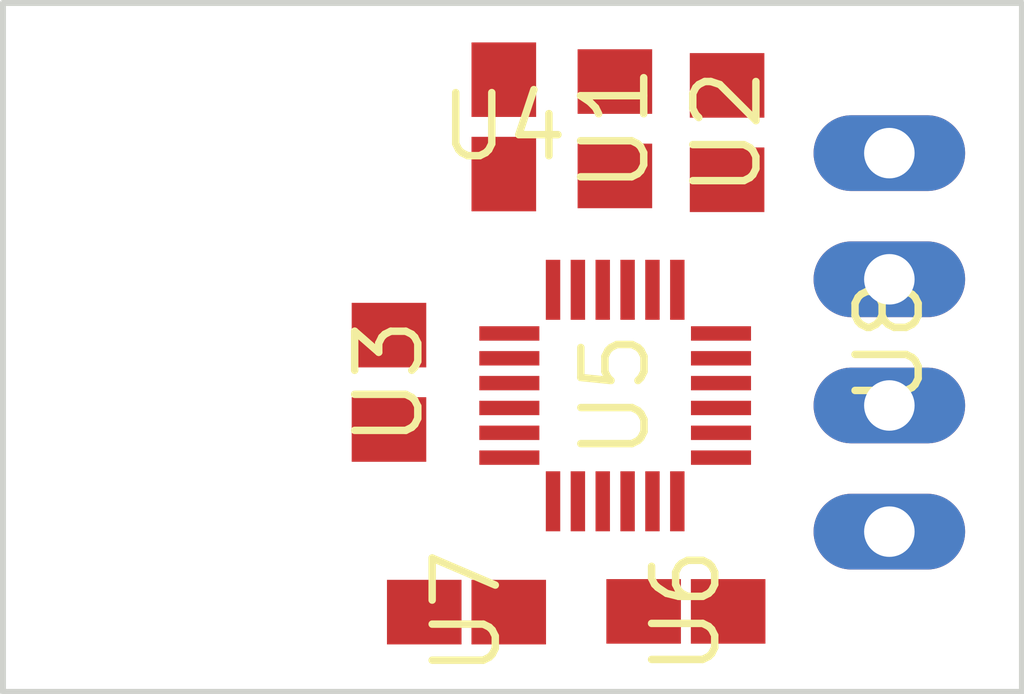
<source format=kicad_pcb>
(kicad_pcb (version 20221018) (generator pcbnew)
  (layers (0 "F.Cu" signal "Top") (31 "B.Cu" signal "Bottom") (34 "B.Paste" user) (35 "F.Paste" user) (36 "B.SilkS" user "B.Silkscreen") (37 "F.SilkS" user "F.Silkscreen") (38 "B.Mask" user) (39 "F.Mask" user) (44 "Edge.Cuts" user))
  (net 0 "")
  (net 1 "GND")
  (net 2 "VDD")
  (net 3 "/SDA")
  (net 4 "/SCL")
  (net 5 "Net-(R2-Pad1)")
  (net 6 "Net-(R1-Pad1)")
  (net 7 "Net-(U1-Pad14)")
  (net 8 "Net-(U1-Pad13)")
  (net 9 "Net-(U1-Pad12)")
  (net 10 "Net-(U1-Pad11)")
  (net 11 "Net-(U1-Pad10)")
  (net 12 "Net-(C1-Pad1)")
  (net 13 "Net-(C1-Pad2)")
  (net 14 "Net-(C2-Pad2)")
  (net 15 "Net-(U1-Pad1)")
  (footprint "imu:LGA-24" (layer "F.Cu") (at 150.56732 105.972195 -90)
    (fp_text reference "U5" (at 0 0 270) (layer "F.SilkS") (effects (font (size 1.27 1.27))))
    (fp_text value "" (at 0 0 270) (layer "F.SilkS") (effects (font (size 1.27 1.27))))
    (pad "1" smd rect (at -2.129 -1.25) (size 0.29 1.208) (layers "F.Cu" "F.Paste" "F.Mask") (net 15 "Net-(U1-Pad1)"))
    (pad "2" smd rect (at -2.129 -0.75) (size 0.29 1.208) (layers "F.Cu" "F.Paste" "F.Mask") (net 1 "GND"))
    (pad "3" smd rect (at -2.129 -0.25) (size 0.29 1.208) (layers "F.Cu" "F.Paste" "F.Mask") (net 1 "GND"))
    (pad "4" smd rect (at -2.129 0.25) (size 0.29 1.208) (layers "F.Cu" "F.Paste" "F.Mask") (net 1 "GND"))
    (pad "5" smd rect (at -2.129 0.75) (size 0.29 1.208) (layers "F.Cu" "F.Paste" "F.Mask") (net 1 "GND"))
    (pad "6" smd rect (at -2.129 1.25) (size 0.29 1.208) (layers "F.Cu" "F.Paste" "F.Mask") (net 1 "GND"))
    (pad "7" smd rect (at -1.25 2.129 90) (size 0.29 1.208) (layers "F.Cu" "F.Paste" "F.Mask") (net 14 "Net-(C2-Pad2)"))
    (pad "8" smd rect (at -0.75 2.129 90) (size 0.29 1.208) (layers "F.Cu" "F.Paste" "F.Mask") (net 13 "Net-(C1-Pad2)"))
    (pad "9" smd rect (at -0.25 2.129 90) (size 0.29 1.208) (layers "F.Cu" "F.Paste" "F.Mask") (net 12 "Net-(C1-Pad1)"))
    (pad "10" smd rect (at 0.25 2.129 90) (size 0.29 1.208) (layers "F.Cu" "F.Paste" "F.Mask") (net 11 "Net-(U1-Pad10)"))
    (pad "11" smd rect (at 0.75 2.129 90) (size 0.29 1.208) (layers "F.Cu" "F.Paste" "F.Mask") (net 10 "Net-(U1-Pad11)"))
    (pad "12" smd rect (at 1.25 2.129 90) (size 0.29 1.208) (layers "F.Cu" "F.Paste" "F.Mask") (net 9 "Net-(U1-Pad12)"))
    (pad "13" smd rect (at 2.129 1.25 180) (size 0.29 1.208) (layers "F.Cu" "F.Paste" "F.Mask") (net 8 "Net-(U1-Pad13)"))
    (pad "14" smd rect (at 2.129 0.75 180) (size 0.29 1.208) (layers "F.Cu" "F.Paste" "F.Mask") (net 7 "Net-(U1-Pad14)"))
    (pad "15" smd rect (at 2.129 0.25 180) (size 0.29 1.208) (layers "F.Cu" "F.Paste" "F.Mask") (net 2 "VDD"))
    (pad "16" smd rect (at 2.129 -0.25 180) (size 0.29 1.208) (layers "F.Cu" "F.Paste" "F.Mask") (net 2 "VDD"))
    (pad "17" smd rect (at 2.129 -0.75 180) (size 0.29 1.208) (layers "F.Cu" "F.Paste" "F.Mask") (net 2 "VDD"))
    (pad "18" smd rect (at 2.129 -1.25 180) (size 0.29 1.208) (layers "F.Cu" "F.Paste" "F.Mask") (net 2 "VDD"))
    (pad "19" smd rect (at 1.25 -2.129 270) (size 0.29 1.208) (layers "F.Cu" "F.Paste" "F.Mask") (net 6 "Net-(R1-Pad1)"))
    (pad "20" smd rect (at 0.75 -2.129 270) (size 0.29 1.208) (layers "F.Cu" "F.Paste" "F.Mask") (net 5 "Net-(R2-Pad1)"))
    (pad "21" smd rect (at 0.25 -2.129 270) (size 0.29 1.208) (layers "F.Cu" "F.Paste" "F.Mask") (net 4 "/SCL"))
    (pad "22" smd rect (at -0.25 -2.129 270) (size 0.29 1.208) (layers "F.Cu" "F.Paste" "F.Mask") (net 1 "GND"))
    (pad "23" smd rect (at -0.75 -2.129 270) (size 0.29 1.208) (layers "F.Cu" "F.Paste" "F.Mask") (net 1 "GND"))
    (pad "24" smd rect (at -1.25 -2.129 270) (size 0.29 1.208) (layers "F.Cu" "F.Paste" "F.Mask") (net 3 "/SDA"))
  )
  (footprint "imu:C0805" (layer "F.Cu") (at 150.561662 100.601076 90)
    (fp_text reference "U1" (at 0 0 270) (layer "F.SilkS") (effects (font (size 1.27 1.27))))
    (fp_text value "" (at 0 0 270) (layer "F.SilkS") (effects (font (size 1.27 1.27))))
    (pad "1" smd rect (at -0.95 0 270) (size 1.3 1.5) (layers "F.Cu" "F.Paste" "F.Mask") (net 2 "VDD"))
    (pad "2" smd rect (at 0.95 0 270) (size 1.3 1.5) (layers "F.Cu" "F.Paste" "F.Mask") (net 1 "GND"))
  )
  (footprint "imu:C0805" (layer "F.Cu") (at 152.818737 100.678406 90)
    (fp_text reference "U2" (at 0 0 270) (layer "F.SilkS") (effects (font (size 1.27 1.27))))
    (fp_text value "" (at 0 0 270) (layer "F.SilkS") (effects (font (size 1.27 1.27))))
    (pad "1" smd rect (at -0.95 0 270) (size 1.3 1.5) (layers "F.Cu" "F.Paste" "F.Mask") (net 2 "VDD"))
    (pad "2" smd rect (at 0.95 0 270) (size 1.3 1.5) (layers "F.Cu" "F.Paste" "F.Mask") (net 1 "GND"))
  )
  (footprint "imu:C0805" (layer "F.Cu") (at 146.01713 105.705612 90)
    (fp_text reference "U3" (at 0 0 90) (layer "F.SilkS") (effects (font (size 1.27 1.27))))
    (fp_text value "" (at 0 0 90) (layer "F.SilkS") (effects (font (size 1.27 1.27))))
    (pad "1" smd rect (at -0.95 0 90) (size 1.3 1.5) (layers "F.Cu" "F.Paste" "F.Mask") (net 12 "Net-(C1-Pad1)"))
    (pad "2" smd rect (at 0.95 0 90) (size 1.3 1.5) (layers "F.Cu" "F.Paste" "F.Mask") (net 13 "Net-(C1-Pad2)"))
  )
  (footprint "imu:C0805" (layer "F.Cu") (at 148.327173 100.563576 -90)
    (fp_text reference "U4" (at 0 0 180) (layer "F.SilkS") (effects (font (size 1.27 1.27))))
    (fp_text value "" (at 0 0 180) (layer "F.SilkS") (effects (font (size 1.27 1.27))))
    (pad "1" smd rect (at -0.95 0 180) (size 1.3 1.5) (layers "F.Cu" "F.Paste" "F.Mask") (net 1 "GND"))
    (pad "2" smd rect (at 0.95 0 180) (size 1.3 1.5) (layers "F.Cu" "F.Paste" "F.Mask") (net 14 "Net-(C2-Pad2)"))
  )
  (footprint "imu:R0805" (layer "F.Cu") (at 151.989998 110.317266 180)
    (fp_text reference "U6" (at 0 0 270) (layer "F.SilkS") (effects (font (size 1.27 1.27))))
    (fp_text value "" (at 0 0 270) (layer "F.SilkS") (effects (font (size 1.27 1.27))))
    (pad "1" smd rect (at -0.85 0 270) (size 1.3 1.5) (layers "F.Cu" "F.Paste" "F.Mask") (net 6 "Net-(R1-Pad1)"))
    (pad "2" smd rect (at 0.85 0 270) (size 1.3 1.5) (layers "F.Cu" "F.Paste" "F.Mask") (net 2 "VDD"))
  )
  (footprint "imu:R0805" (layer "F.Cu") (at 147.57642 110.331982)
    (fp_text reference "U7" (at 0 0 270) (layer "F.SilkS") (effects (font (size 1.27 1.27))))
    (fp_text value "" (at 0 0 270) (layer "F.SilkS") (effects (font (size 1.27 1.27))))
    (pad "1" smd rect (at -0.85 0 270) (size 1.3 1.5) (layers "F.Cu" "F.Paste" "F.Mask") (net 5 "Net-(R2-Pad1)"))
    (pad "2" smd rect (at 0.85 0 270) (size 1.3 1.5) (layers "F.Cu" "F.Paste" "F.Mask") (net 2 "VDD"))
  )
  (footprint "imu:MA04-1" (layer "F.Cu") (at 156.083 104.902 90)
    (fp_text reference "U8" (at 0 0 90) (layer "F.SilkS") (effects (font (size 1.27 1.27))))
    (fp_text value "" (at 0 0 90) (layer "F.SilkS") (effects (font (size 1.27 1.27))))
    (pad "1" thru_hole oval locked (at -3.81 0 180) (size 3.048 1.524) (drill 1.016) (layers *.Cu *.Mask) (net 2 "VDD"))
    (pad "2" thru_hole oval locked (at -1.27 0 180) (size 3.048 1.524) (drill 1.016) (layers *.Cu *.Mask) (net 4 "/SCL"))
    (pad "3" thru_hole oval locked (at 1.27 0 180) (size 3.048 1.524) (drill 1.016) (layers *.Cu *.Mask) (net 3 "/SDA"))
    (pad "4" thru_hole oval locked (at 3.81 0 180) (size 3.048 1.524) (drill 1.016) (layers *.Cu *.Mask) (net 1 "GND"))
  )
  (gr_line (start 138.2522 98.0694) (end 158.75 98.0694) (layer "Edge.Cuts") (width 0.12))
  (gr_line (start 158.75 98.0694) (end 158.75 111.9378) (layer "Edge.Cuts") (width 0.12))
  (gr_line (start 138.2522 111.9378) (end 138.2522 98.0694) (layer "Edge.Cuts") (width 0.12))
  (gr_line (start 158.75 111.9378) (end 138.2522 111.9378) (layer "Edge.Cuts") (width 0.12))
)
</source>
